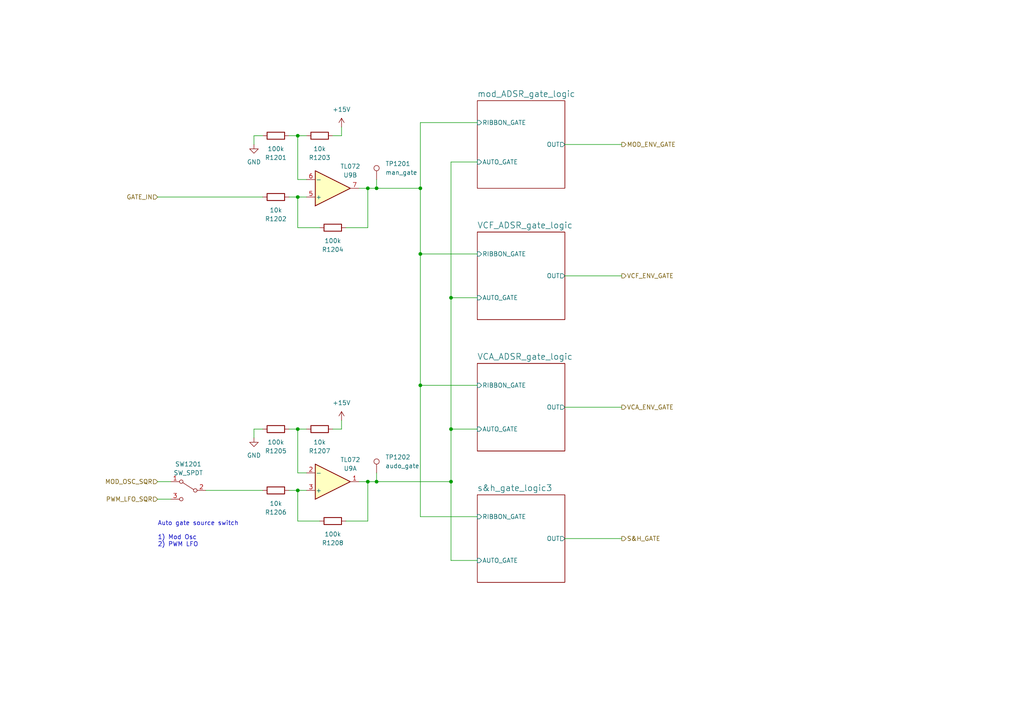
<source format=kicad_sch>
(kicad_sch (version 20211123) (generator eeschema)
  (paper "A4")
  (title_block (title "Josh Ox Ribbon Synth Ribbon board") (date "2022-06-17") (rev "0") (comment 1 "creativecommons.org/licences/by/4.0") (comment 2 "license: CC by 4.0") (comment 3 "Author: Jordan Aceto"))
  (lib_symbols
    (symbol "Amplifier_Operational:TL072" (pin_names (offset 0.127))
      (property "Reference" "U" (at 0 5.08 0))
      (property "Value" "TL072" (at 0 -5.08 0))
      (symbol "TL072_1_1"
        (polyline (pts (xy -5.08 5.08) (xy 5.08 0) (xy -5.08 -5.08) (xy -5.08 5.08)) (stroke (width 0.254)) (fill (type background)))
        (pin output line (at 7.62 0 180) (length 2.54) (name "~") (number "1"))
        (pin input line (at -7.62 -2.54 0) (length 2.54) (name "-") (number "2"))
        (pin input line (at -7.62 2.54 0) (length 2.54) (name "+") (number "3"))
      )
      (symbol "TL072_2_1"
        (polyline (pts (xy -5.08 5.08) (xy 5.08 0) (xy -5.08 -5.08) (xy -5.08 5.08)) (stroke (width 0.254)) (fill (type background)))
        (pin input line (at -7.62 2.54 0) (length 2.54) (name "+") (number "5"))
        (pin input line (at -7.62 -2.54 0) (length 2.54) (name "-") (number "6"))
        (pin output line (at 7.62 0 180) (length 2.54) (name "~") (number "7"))
      )
      (symbol "TL072_3_1"
        (pin power_in line (at -2.54 -7.62 90) (length 3.81) (name "V-") (number "4"))
        (pin power_in line (at -2.54 7.62 270) (length 3.81) (name "V+") (number "8"))
      )
    )
    (symbol "Connector:TestPoint" (pin_numbers hide) (pin_names (offset 0.762) hide)
      (property "Reference" "TP" (at 0 6.858 0))
      (property "Value" "TestPoint" (at 0 5.08 0))
      (symbol "TestPoint_0_1"
        (circle (center 0 3.302) (radius 0.762))
      )
      (symbol "TestPoint_1_1"
        (pin passive line (at 0 0 90) (length 2.54) (name "1") (number "1"))
      )
    )
    (symbol "Device:R" (pin_numbers hide) (pin_names (offset 0))
      (property "Reference" "R" (at 2.032 0 90))
      (property "Value" "R" (at 0 0 90))
      (symbol "R_0_1"
        (rectangle (start -1.016 -2.54) (end 1.016 2.54) (stroke (width 0.254)))
      )
      (symbol "R_1_1"
        (pin passive line (at 0 3.81 270) (length 1.27) (name "~") (number "1"))
        (pin passive line (at 0 -3.81 90) (length 1.27) (name "~") (number "2"))
      )
    )
    (symbol "Switch:SW_SPDT" (pin_names (offset 0) hide)
      (property "Reference" "SW" (at 0 4.318 0))
      (property "Value" "SW_SPDT" (at 0 -5.08 0))
      (symbol "SW_SPDT_0_0"
        (circle (center -2.032 0) (radius 0.508))
        (circle (center 2.032 -2.54) (radius 0.508))
      )
      (symbol "SW_SPDT_0_1"
        (polyline (pts (xy -1.524 0.254) (xy 1.651 2.286)))
        (circle (center 2.032 2.54) (radius 0.508))
      )
      (symbol "SW_SPDT_1_1"
        (pin passive line (at 5.08 2.54 180) (length 2.54) (name "A") (number "1"))
        (pin passive line (at -5.08 0 0) (length 2.54) (name "B") (number "2"))
        (pin passive line (at 5.08 -2.54 180) (length 2.54) (name "C") (number "3"))
      )
    )
    (symbol "power:+15V" (power) (pin_names (offset 0))
      (property "Value" "+15V" (at 0 3.556 0))
      (symbol "+15V_0_1"
        (polyline (pts (xy -0.762 1.27) (xy 0 2.54)))
        (polyline (pts (xy 0 0) (xy 0 2.54)))
        (polyline (pts (xy 0 2.54) (xy 0.762 1.27)))
      )
      (symbol "+15V_1_1"
        (pin power_in line (at 0 0 90) (length 0) hide (name "+15V") (number "1"))
      )
    )
    (symbol "power:GND" (power) (pin_names (offset 0))
      (property "Value" "GND" (at 0 -3.81 0))
      (symbol "GND_0_1"
        (polyline (pts (xy 0 0) (xy 0 -1.27) (xy 1.27 -1.27) (xy 0 -2.54) (xy -1.27 -1.27) (xy 0 -1.27)))
      )
      (symbol "GND_1_1"
        (pin power_in line (at 0 0 270) (length 0) hide (name "GND") (number "1"))
      )
    )
  )
  (junction (at 86.36 124.46))
  (junction (at 121.92 54.61))
  (junction (at 106.68 139.7))
  (junction (at 86.36 57.15))
  (junction (at 130.81 124.46))
  (junction (at 86.36 39.37))
  (junction (at 121.92 111.76))
  (junction (at 109.22 139.7))
  (junction (at 106.68 54.61))
  (junction (at 121.92 73.66))
  (junction (at 86.36 142.24))
  (junction (at 130.81 139.7))
  (junction (at 130.81 86.36))
  (junction (at 109.22 54.61))
  (wire (pts (xy 109.22 54.61) (xy 121.92 54.61)))
  (wire (pts (xy 130.81 46.99) (xy 130.81 86.36)))
  (wire (pts (xy 121.92 111.76) (xy 138.43 111.76)))
  (wire (pts (xy 86.36 39.37) (xy 88.9 39.37)))
  (wire (pts (xy 130.81 139.7) (xy 130.81 162.56)))
  (wire (pts (xy 73.66 124.46) (xy 76.2 124.46)))
  (wire (pts (xy 83.82 142.24) (xy 86.36 142.24)))
  (wire (pts (xy 73.66 39.37) (xy 76.2 39.37)))
  (wire (pts (xy 163.83 156.21) (xy 180.34 156.21)))
  (wire (pts (xy 86.36 52.07) (xy 88.9 52.07)))
  (wire (pts (xy 86.36 66.04) (xy 86.36 57.15)))
  (wire (pts (xy 163.83 118.11) (xy 180.34 118.11)))
  (wire (pts (xy 163.83 41.91) (xy 180.34 41.91)))
  (wire (pts (xy 83.82 124.46) (xy 86.36 124.46)))
  (wire (pts (xy 73.66 41.91) (xy 73.66 39.37)))
  (wire (pts (xy 106.68 139.7) (xy 106.68 151.13)))
  (wire (pts (xy 104.14 54.61) (xy 106.68 54.61)))
  (wire (pts (xy 45.72 144.78) (xy 49.53 144.78)))
  (wire (pts (xy 99.06 124.46) (xy 96.52 124.46)))
  (wire (pts (xy 45.72 139.7) (xy 49.53 139.7)))
  (wire (pts (xy 138.43 35.56) (xy 121.92 35.56)))
  (wire (pts (xy 99.06 39.37) (xy 96.52 39.37)))
  (wire (pts (xy 130.81 86.36) (xy 130.81 124.46)))
  (wire (pts (xy 86.36 124.46) (xy 86.36 137.16)))
  (wire (pts (xy 92.71 66.04) (xy 86.36 66.04)))
  (wire (pts (xy 109.22 52.07) (xy 109.22 54.61)))
  (wire (pts (xy 130.81 124.46) (xy 138.43 124.46)))
  (wire (pts (xy 121.92 73.66) (xy 121.92 111.76)))
  (wire (pts (xy 138.43 46.99) (xy 130.81 46.99)))
  (wire (pts (xy 106.68 54.61) (xy 106.68 66.04)))
  (wire (pts (xy 73.66 127) (xy 73.66 124.46)))
  (wire (pts (xy 106.68 66.04) (xy 100.33 66.04)))
  (wire (pts (xy 86.36 57.15) (xy 88.9 57.15)))
  (wire (pts (xy 104.14 139.7) (xy 106.68 139.7)))
  (wire (pts (xy 106.68 151.13) (xy 100.33 151.13)))
  (wire (pts (xy 86.36 124.46) (xy 88.9 124.46)))
  (wire (pts (xy 83.82 57.15) (xy 86.36 57.15)))
  (wire (pts (xy 106.68 54.61) (xy 109.22 54.61)))
  (wire (pts (xy 86.36 151.13) (xy 86.36 142.24)))
  (wire (pts (xy 106.68 139.7) (xy 109.22 139.7)))
  (wire (pts (xy 99.06 121.92) (xy 99.06 124.46)))
  (wire (pts (xy 121.92 149.86) (xy 138.43 149.86)))
  (wire (pts (xy 99.06 36.83) (xy 99.06 39.37)))
  (wire (pts (xy 45.72 57.15) (xy 76.2 57.15)))
  (wire (pts (xy 109.22 137.16) (xy 109.22 139.7)))
  (wire (pts (xy 83.82 39.37) (xy 86.36 39.37)))
  (wire (pts (xy 130.81 86.36) (xy 138.43 86.36)))
  (wire (pts (xy 121.92 73.66) (xy 138.43 73.66)))
  (wire (pts (xy 121.92 35.56) (xy 121.92 54.61)))
  (wire (pts (xy 86.36 39.37) (xy 86.36 52.07)))
  (wire (pts (xy 163.83 80.01) (xy 180.34 80.01)))
  (wire (pts (xy 86.36 137.16) (xy 88.9 137.16)))
  (wire (pts (xy 59.69 142.24) (xy 76.2 142.24)))
  (wire (pts (xy 130.81 162.56) (xy 138.43 162.56)))
  (wire (pts (xy 109.22 139.7) (xy 130.81 139.7)))
  (wire (pts (xy 86.36 142.24) (xy 88.9 142.24)))
  (wire (pts (xy 130.81 124.46) (xy 130.81 139.7)))
  (wire (pts (xy 121.92 111.76) (xy 121.92 149.86)))
  (wire (pts (xy 121.92 54.61) (xy 121.92 73.66)))
  (wire (pts (xy 92.71 151.13) (xy 86.36 151.13)))
  (text "Auto gate source switch\n\n1) Mod Osc\n2) PWM LFO" (at 45.72 158.75 0) (effects (font (size 1.27 1.27)) (justify left bottom)))
  (hierarchical_label "VCF_ENV_GATE" (shape output) (at 180.34 80.01 0))
  (hierarchical_label "MOD_ENV_GATE" (shape output) (at 180.34 41.91 0))
  (hierarchical_label "VCA_ENV_GATE" (shape output) (at 180.34 118.11 0))
  (hierarchical_label "PWM_LFO_SQR" (shape input) (at 45.72 144.78 180))
  (hierarchical_label "S&H_GATE" (shape output) (at 180.34 156.21 0))
  (hierarchical_label "GATE_IN" (shape input) (at 45.72 57.15 180))
  (hierarchical_label "MOD_OSC_SQR" (shape input) (at 45.72 139.7 180))
  (symbol (lib_id "Amplifier_Operational:TL072") (at 96.52 54.61 0) (mirror x) (unit 2)
    (property "Reference" "U9" (at 101.6 50.8 0))
    (property "Value" "TL072" (at 101.6 48.26 0))
    (property "Footprint" "Package_SO:SO-8_5.3x6.2mm_P1.27mm" (effects hide))
    (property "Datasheet" "http://www.ti.com/lit/ds/symlink/tl071.pdf" (effects hide))
  )
  (symbol (lib_id "Device:R") (at 80.01 124.46 90) (mirror x) (unit 1)
    (property "Reference" "R1205" (at 80.01 130.81 90))
    (property "Value" "100k" (at 80.01 128.27 90))
    (property "Footprint" "Resistor_SMD:R_0805_2012Metric" (effects hide))
  )
  (symbol (lib_id "Device:R") (at 80.01 39.37 90) (mirror x) (unit 1)
    (property "Reference" "R1201" (at 80.01 45.72 90))
    (property "Value" "100k" (at 80.01 43.18 90))
    (property "Footprint" "Resistor_SMD:R_0805_2012Metric" (effects hide))
  )
  (symbol (lib_id "Switch:SW_SPDT") (at 54.61 142.24 0) (mirror y) (unit 1)
    (property "Reference" "SW1201" (at 54.61 134.62 0))
    (property "Value" "SW_SPDT" (at 54.61 137.16 0))
    (property "Footprint" "custom_footprints:SPDT_mini_toggle" (effects hide))
  )
  (symbol (lib_id "Device:R") (at 96.52 151.13 90) (mirror x) (unit 1)
    (property "Reference" "R1208" (at 96.52 157.48 90))
    (property "Value" "100k" (at 96.52 154.94 90))
    (property "Footprint" "Resistor_SMD:R_0805_2012Metric" (effects hide))
  )
  (symbol (lib_id "Device:R") (at 80.01 57.15 90) (mirror x) (unit 1)
    (property "Reference" "R1202" (at 80.01 63.5 90))
    (property "Value" "10k" (at 80.01 60.96 90))
    (property "Footprint" "Resistor_SMD:R_0805_2012Metric" (effects hide))
  )
  (symbol (lib_id "Connector:TestPoint") (at 109.22 52.07 0) (unit 1) (in_bom no)
    (property "Reference" "TP1201" (at 111.76 47.4979 0) (effects (justify left)))
    (property "Value" "man_gate" (at 111.76 50.0379 0) (effects (justify left)))
    (property "Footprint" "TestPoint:TestPoint_Keystone_5000-5004_Miniature" (effects hide))
  )
  (symbol (lib_id "Device:R") (at 92.71 124.46 90) (mirror x) (unit 1)
    (property "Reference" "R1207" (at 92.71 130.81 90))
    (property "Value" "10k" (at 92.71 128.27 90))
    (property "Footprint" "Resistor_SMD:R_0805_2012Metric" (effects hide))
  )
  (symbol (lib_id "power:+15V") (at 99.06 36.83 0) (unit 1)
    (property "Reference" "#PWR01202" (effects hide))
    (property "Value" "+15V" (at 99.06 31.75 0))
  )
  (symbol (lib_id "Amplifier_Operational:TL072") (at 96.52 139.7 0) (mirror x) (unit 1)
    (property "Reference" "U9" (at 101.6 135.89 0))
    (property "Value" "TL072" (at 101.6 133.35 0))
    (property "Footprint" "Package_SO:SO-8_5.3x6.2mm_P1.27mm" (effects hide))
    (property "Datasheet" "http://www.ti.com/lit/ds/symlink/tl071.pdf" (effects hide))
  )
  (symbol (lib_id "power:GND") (at 73.66 41.91 0) (mirror y) (unit 1)
    (property "Reference" "#PWR01201" (effects hide))
    (property "Value" "GND" (at 73.66 46.99 0))
  )
  (symbol (lib_id "power:GND") (at 73.66 127 0) (mirror y) (unit 1)
    (property "Reference" "#PWR0120" (effects hide))
    (property "Value" "GND" (at 73.66 132.08 0))
  )
  (symbol (lib_id "Device:R") (at 92.71 39.37 90) (mirror x) (unit 1)
    (property "Reference" "R1203" (at 92.71 45.72 90))
    (property "Value" "10k" (at 92.71 43.18 90))
    (property "Footprint" "Resistor_SMD:R_0805_2012Metric" (effects hide))
  )
  (symbol (lib_id "power:+15V") (at 99.06 121.92 0) (unit 1)
    (property "Reference" "#PWR0121" (effects hide))
    (property "Value" "+15V" (at 99.06 116.84 0))
  )
  (symbol (lib_id "Device:R") (at 80.01 142.24 90) (mirror x) (unit 1)
    (property "Reference" "R1206" (at 80.01 148.59 90))
    (property "Value" "10k" (at 80.01 146.05 90))
    (property "Footprint" "Resistor_SMD:R_0805_2012Metric" (effects hide))
  )
  (symbol (lib_id "Device:R") (at 96.52 66.04 90) (mirror x) (unit 1)
    (property "Reference" "R1204" (at 96.52 72.39 90))
    (property "Value" "100k" (at 96.52 69.85 90))
    (property "Footprint" "Resistor_SMD:R_0805_2012Metric" (effects hide))
  )
  (symbol (lib_id "Connector:TestPoint") (at 109.22 137.16 0) (unit 1) (in_bom no)
    (property "Reference" "TP1202" (at 111.76 132.5879 0) (effects (justify left)))
    (property "Value" "audo_gate" (at 111.76 135.1279 0) (effects (justify left)))
    (property "Footprint" "TestPoint:TestPoint_Keystone_5000-5004_Miniature" (effects hide))
  )
  (sheet (at 138.43 29.21) (size 25.4 25.4) (stroke (width 0.1524))
    (property "Sheet name" "mod_ADSR_gate_logic" (at 138.43 28.2584 0) (effects (font (size 1.75 1.75)) (justify left bottom)))
    (property "Sheet file" "gate_logic.kicad_sch" (effects hide))
    (pin "OUT" output (at 163.83 41.91 0))
    (pin "AUTO_GATE" input (at 138.43 46.99 180))
    (pin "RIBBON_GATE" input (at 138.43 35.56 180))
  )
  (sheet (at 138.43 143.51) (size 25.4 25.4) (stroke (width 0.1524))
    (property "Sheet name" "s&h_gate_logic3" (at 138.43 142.5584 0) (effects (font (size 1.75 1.75)) (justify left bottom)))
    (property "Sheet file" "gate_logic.kicad_sch" (effects hide))
    (pin "OUT" output (at 163.83 156.21 0))
    (pin "AUTO_GATE" input (at 138.43 162.56 180))
    (pin "RIBBON_GATE" input (at 138.43 149.86 180))
  )
  (sheet (at 138.43 67.31) (size 25.4 25.4) (stroke (width 0.1524))
    (property "Sheet name" "VCF_ADSR_gate_logic" (at 138.43 66.3584 0) (effects (font (size 1.75 1.75)) (justify left bottom)))
    (property "Sheet file" "gate_logic.kicad_sch" (effects hide))
    (pin "OUT" output (at 163.83 80.01 0))
    (pin "AUTO_GATE" input (at 138.43 86.36 180))
    (pin "RIBBON_GATE" input (at 138.43 73.66 180))
  )
  (sheet (at 138.43 105.41) (size 25.4 25.4) (stroke (width 0.1524))
    (property "Sheet name" "VCA_ADSR_gate_logic" (at 138.43 104.4584 0) (effects (font (size 1.75 1.75)) (justify left bottom)))
    (property "Sheet file" "gate_logic.kicad_sch" (effects hide))
    (pin "OUT" output (at 163.83 118.11 0))
    (pin "AUTO_GATE" input (at 138.43 124.46 180))
    (pin "RIBBON_GATE" input (at 138.43 111.76 180))
  )
)
</source>
